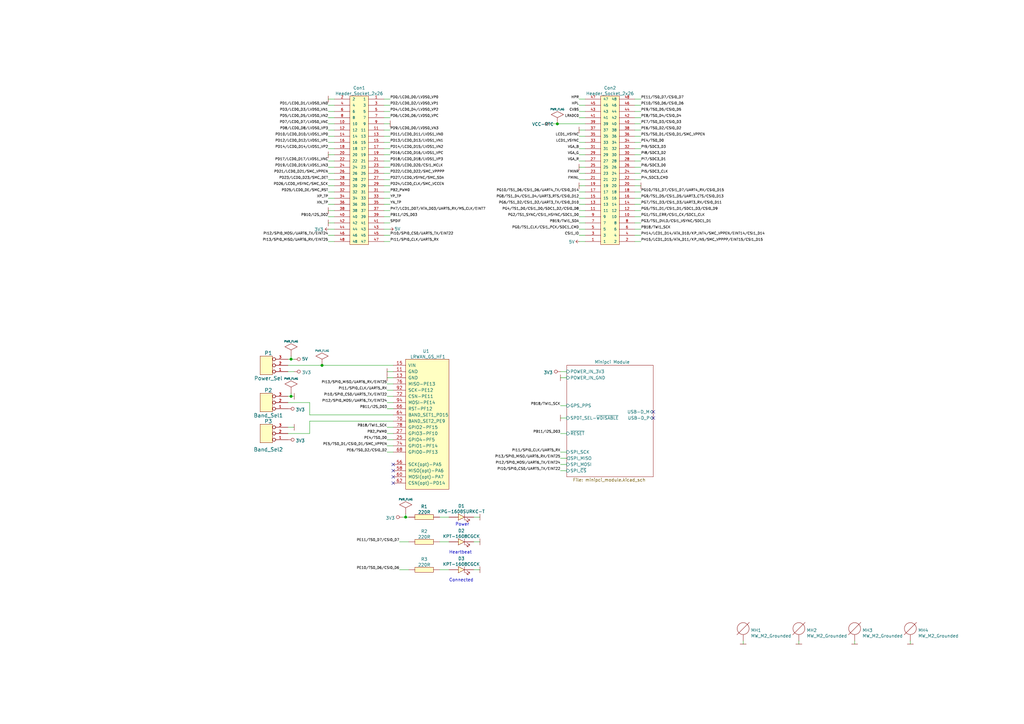
<source format=kicad_sch>
(kicad_sch (version 20210406) (generator eeschema)
  (paper "A3")
  (title_block (title "Cubieboard 1 carrier board with lora gateway - lrwan gs hf1") (date "2021-05-25") (rev "V1.0") (company "MWLinux"))
  (lib_symbols
    (symbol "Diodes:KPG-1608SURKC-T" (pin_numbers hide) (pin_names (offset 0) hide)
      (property "Reference" "D" (at 0 2.54 0))
      (property "Value" "KPG-1608SURKC-T" (at 0 -3.81 0))
      (symbol "KPG-1608SURKC-T_1_1"
        (polyline (pts (xy -1.27 1.27) (xy -1.27 -1.27)))
        (polyline (pts (xy 1.27 1.27) (xy 1.27 -1.27)))
        (polyline (pts (xy 2.794 -2.032) (xy 2.159 -1.905)))
        (polyline (pts (xy 3.429 -1.397) (xy 2.794 -1.27)))
        (polyline (pts (xy 1.651 -1.016) (xy 2.794 -2.032) (xy 2.667 -1.397)))
        (polyline (pts (xy 2.286 -0.381) (xy 3.429 -1.397) (xy 3.302 -0.762)))
        (polyline (pts (xy -1.27 1.27) (xy 1.27 0) (xy -1.27 -1.27)) (fill (type background)))
        (pin passive line (at -5.08 0 0) (length 3.81) (name "A") (number "1"))
        (pin passive line (at 5.08 0 180) (length 3.81) (name "K") (number "2"))
      )
    )
    (symbol "Diodes:KPT-1608CGCK" (pin_numbers hide) (pin_names (offset 0) hide)
      (property "Reference" "D" (at 0 3.81 0))
      (property "Value" "KPT-1608CGCK" (at 0 -3.81 0))
      (symbol "KPT-1608CGCK_1_1"
        (polyline (pts (xy -1.27 1.27) (xy -1.27 -1.27)))
        (polyline (pts (xy 1.27 1.27) (xy 1.27 -1.27)))
        (polyline (pts (xy 2.794 -2.032) (xy 2.159 -1.905)))
        (polyline (pts (xy 3.429 -1.397) (xy 2.794 -1.27)))
        (polyline (pts (xy 1.651 -1.016) (xy 2.794 -2.032) (xy 2.667 -1.397)))
        (polyline (pts (xy 2.286 -0.381) (xy 3.429 -1.397) (xy 3.302 -0.762)))
        (polyline (pts (xy -1.27 1.27) (xy 1.27 0) (xy -1.27 -1.27)) (fill (type background)))
        (pin passive line (at -5.08 0 0) (length 3.81) (name "A") (number "1"))
        (pin passive line (at 5.08 0 180) (length 3.81) (name "K") (number "2"))
      )
    )
    (symbol "Goldpin_2_54mm:GOLDPIN_3_2_54MM" (pin_names (offset 1.016))
      (property "Reference" "P" (at 0 0 0))
      (property "Value" "GOLDPIN_3_2_54MM" (at 5.08 0 90))
      (symbol "GOLDPIN_3_2_54MM_0_1"
        (rectangle (start -2.54 3.81) (end 2.54 -3.81) (fill (type background)))
      )
      (symbol "GOLDPIN_3_2_54MM_1_1"
        (pin passive inverted (at -8.89 2.54 0) (length 6.35) (name "~") (number "1"))
        (pin passive inverted (at -8.89 0 0) (length 6.35) (name "~") (number "2"))
        (pin passive inverted (at -8.89 -2.54 0) (length 6.35) (name "~") (number "3"))
      )
    )
    (symbol "Header_Socket_2mm:Header_Socket_2x26" (pin_names (offset 1.016))
      (property "Reference" "Con" (at 0 35.56 0))
      (property "Value" "Header_Socket_2x26" (at 0 33.02 0))
      (symbol "Header_Socket_2x26_1_1"
        (rectangle (start 3.81 30.48) (end -3.81 -30.48) (fill (type background)))
        (pin passive line (at 10.16 29.21 180) (length 6.35) (name "1") (number "1"))
        (pin passive line (at -10.16 19.05 0) (length 6.35) (name "10") (number "10"))
        (pin passive line (at 10.16 16.51 180) (length 6.35) (name "11") (number "11"))
        (pin passive line (at -10.16 16.51 0) (length 6.35) (name "12") (number "12"))
        (pin passive line (at 10.16 13.97 180) (length 6.35) (name "13") (number "13"))
        (pin passive line (at -10.16 13.97 0) (length 6.35) (name "14") (number "14"))
        (pin passive line (at 10.16 11.43 180) (length 6.35) (name "15") (number "15"))
        (pin passive line (at -10.16 11.43 0) (length 6.35) (name "16") (number "16"))
        (pin passive line (at 10.16 8.89 180) (length 6.35) (name "17") (number "17"))
        (pin passive line (at -10.16 8.89 0) (length 6.35) (name "18") (number "18"))
        (pin passive line (at 10.16 6.35 180) (length 6.35) (name "19") (number "19"))
        (pin passive line (at -10.16 29.21 0) (length 6.35) (name "2") (number "2"))
        (pin passive line (at -10.16 6.35 0) (length 6.35) (name "20") (number "20"))
        (pin passive line (at 10.16 3.81 180) (length 6.35) (name "21") (number "21"))
        (pin passive line (at -10.16 3.81 0) (length 6.35) (name "22") (number "22"))
        (pin passive line (at 10.16 1.27 180) (length 6.35) (name "23") (number "23"))
        (pin passive line (at -10.16 1.27 0) (length 6.35) (name "24") (number "24"))
        (pin passive line (at 10.16 -1.27 180) (length 6.35) (name "25") (number "25"))
        (pin passive line (at -10.16 -1.27 0) (length 6.35) (name "26") (number "26"))
        (pin passive line (at 10.16 -3.81 180) (length 6.35) (name "27") (number "27"))
        (pin passive line (at -10.16 -3.81 0) (length 6.35) (name "28") (number "28"))
        (pin passive line (at 10.16 -6.35 180) (length 6.35) (name "29") (number "29"))
        (pin passive line (at 10.16 26.67 180) (length 6.35) (name "3") (number "3"))
        (pin passive line (at -10.16 -6.35 0) (length 6.35) (name "30") (number "30"))
        (pin passive line (at 10.16 -8.89 180) (length 6.35) (name "31") (number "31"))
        (pin passive line (at -10.16 -8.89 0) (length 6.35) (name "32") (number "32"))
        (pin passive line (at 10.16 -11.43 180) (length 6.35) (name "33") (number "33"))
        (pin passive line (at -10.16 -11.43 0) (length 6.35) (name "34") (number "34"))
        (pin passive line (at 10.16 -13.97 180) (length 6.35) (name "35") (number "35"))
        (pin passive line (at -10.16 -13.97 0) (length 6.35) (name "36") (number "36"))
        (pin passive line (at 10.16 -16.51 180) (length 6.35) (name "37") (number "37"))
        (pin passive line (at -10.16 -16.51 0) (length 6.35) (name "38") (number "38"))
        (pin passive line (at 10.16 -19.05 180) (length 6.35) (name "39") (number "39"))
        (pin passive line (at -10.16 26.67 0) (length 6.35) (name "4") (number "4"))
        (pin passive line (at -10.16 -19.05 0) (length 6.35) (name "40") (number "40"))
        (pin passive line (at 10.16 -21.59 180) (length 6.35) (name "41") (number "41"))
        (pin passive line (at -10.16 -21.59 0) (length 6.35) (name "42") (number "42"))
        (pin passive line (at 10.16 -24.13 180) (length 6.35) (name "43") (number "43"))
        (pin passive line (at -10.16 -24.13 0) (length 6.35) (name "44") (number "44"))
        (pin passive line (at 10.16 -26.67 180) (length 6.35) (name "45") (number "45"))
        (pin passive line (at -10.16 -26.67 0) (length 6.35) (name "46") (number "46"))
        (pin passive line (at 10.16 -29.21 180) (length 6.35) (name "47") (number "47"))
        (pin passive line (at -10.16 -29.21 0) (length 6.35) (name "48") (number "48"))
        (pin passive line (at 10.16 24.13 180) (length 6.35) (name "5") (number "5"))
        (pin passive line (at -10.16 24.13 0) (length 6.35) (name "6") (number "6"))
        (pin passive line (at 10.16 21.59 180) (length 6.35) (name "7") (number "7"))
        (pin passive line (at -10.16 21.59 0) (length 6.35) (name "8") (number "8"))
        (pin passive line (at 10.16 19.05 180) (length 6.35) (name "9") (number "9"))
      )
    )
    (symbol "Header_Socket_2mm:Header_Socket_2x26_1" (pin_names (offset 1.016))
      (property "Reference" "Con" (at 0 35.56 0))
      (property "Value" "Header_Socket_2x26" (at 0 33.02 0))
      (symbol "Header_Socket_2x26_1_1_1"
        (rectangle (start 3.81 30.48) (end -3.81 -30.48) (fill (type background)))
        (pin passive line (at 10.16 29.21 180) (length 6.35) (name "1") (number "1"))
        (pin passive line (at -10.16 19.05 0) (length 6.35) (name "10") (number "10"))
        (pin passive line (at 10.16 16.51 180) (length 6.35) (name "11") (number "11"))
        (pin passive line (at -10.16 16.51 0) (length 6.35) (name "12") (number "12"))
        (pin passive line (at 10.16 13.97 180) (length 6.35) (name "13") (number "13"))
        (pin passive line (at -10.16 13.97 0) (length 6.35) (name "14") (number "14"))
        (pin passive line (at 10.16 11.43 180) (length 6.35) (name "15") (number "15"))
        (pin passive line (at -10.16 11.43 0) (length 6.35) (name "16") (number "16"))
        (pin passive line (at 10.16 8.89 180) (length 6.35) (name "17") (number "17"))
        (pin passive line (at -10.16 8.89 0) (length 6.35) (name "18") (number "18"))
        (pin passive line (at 10.16 6.35 180) (length 6.35) (name "19") (number "19"))
        (pin passive line (at -10.16 29.21 0) (length 6.35) (name "2") (number "2"))
        (pin passive line (at -10.16 6.35 0) (length 6.35) (name "20") (number "20"))
        (pin passive line (at 10.16 3.81 180) (length 6.35) (name "21") (number "21"))
        (pin passive line (at -10.16 3.81 0) (length 6.35) (name "22") (number "22"))
        (pin passive line (at 10.16 1.27 180) (length 6.35) (name "23") (number "23"))
        (pin passive line (at -10.16 1.27 0) (length 6.35) (name "24") (number "24"))
        (pin passive line (at 10.16 -1.27 180) (length 6.35) (name "25") (number "25"))
        (pin passive line (at -10.16 -1.27 0) (length 6.35) (name "26") (number "26"))
        (pin passive line (at 10.16 -3.81 180) (length 6.35) (name "27") (number "27"))
        (pin passive line (at -10.16 -3.81 0) (length 6.35) (name "28") (number "28"))
        (pin passive line (at 10.16 -6.35 180) (length 6.35) (name "29") (number "29"))
        (pin passive line (at 10.16 26.67 180) (length 6.35) (name "3") (number "3"))
        (pin passive line (at -10.16 -6.35 0) (length 6.35) (name "30") (number "30"))
        (pin passive line (at 10.16 -8.89 180) (length 6.35) (name "31") (number "31"))
        (pin passive line (at -10.16 -8.89 0) (length 6.35) (name "32") (number "32"))
        (pin passive line (at 10.16 -11.43 180) (length 6.35) (name "33") (number "33"))
        (pin passive line (at -10.16 -11.43 0) (length 6.35) (name "34") (number "34"))
        (pin passive line (at 10.16 -13.97 180) (length 6.35) (name "35") (number "35"))
        (pin passive line (at -10.16 -13.97 0) (length 6.35) (name "36") (number "36"))
        (pin passive line (at 10.16 -16.51 180) (length 6.35) (name "37") (number "37"))
        (pin passive line (at -10.16 -16.51 0) (length 6.35) (name "38") (number "38"))
        (pin passive line (at 10.16 -19.05 180) (length 6.35) (name "39") (number "39"))
        (pin passive line (at -10.16 26.67 0) (length 6.35) (name "4") (number "4"))
        (pin passive line (at -10.16 -19.05 0) (length 6.35) (name "40") (number "40"))
        (pin passive line (at 10.16 -21.59 180) (length 6.35) (name "41") (number "41"))
        (pin passive line (at -10.16 -21.59 0) (length 6.35) (name "42") (number "42"))
        (pin passive line (at 10.16 -24.13 180) (length 6.35) (name "43") (number "43"))
        (pin passive line (at -10.16 -24.13 0) (length 6.35) (name "44") (number "44"))
        (pin passive line (at 10.16 -26.67 180) (length 6.35) (name "45") (number "45"))
        (pin passive line (at -10.16 -26.67 0) (length 6.35) (name "46") (number "46"))
        (pin passive line (at 10.16 -29.21 180) (length 6.35) (name "47") (number "47"))
        (pin passive line (at -10.16 -29.21 0) (length 6.35) (name "48") (number "48"))
        (pin passive line (at 10.16 24.13 180) (length 6.35) (name "5") (number "5"))
        (pin passive line (at -10.16 24.13 0) (length 6.35) (name "6") (number "6"))
        (pin passive line (at 10.16 21.59 180) (length 6.35) (name "7") (number "7"))
        (pin passive line (at -10.16 21.59 0) (length 6.35) (name "8") (number "8"))
        (pin passive line (at 10.16 19.05 180) (length 6.35) (name "9") (number "9"))
      )
    )
    (symbol "Mounting_Holes:Mounting_Hole_M2_Grounded" (pin_numbers hide) (pin_names (offset 1.016) hide)
      (property "Reference" "MH" (at 0 3.81 0))
      (property "Value" "Mounting_Hole_M2_Grounded" (at 0 6.35 0))
      (symbol "Mounting_Hole_M2_Grounded_0_1"
        (circle (center 0 0) (radius 2.4384))
        (polyline (pts (xy -2.54 -2.54) (xy 2.54 2.54)))
      )
      (symbol "Mounting_Hole_M2_Grounded_1_1"
        (pin passive line (at 0 -5.08 90) (length 2.5654) (name "1") (number "1"))
      )
    )
    (symbol "Resistors_Smd0603:220R" (pin_numbers hide) (pin_names (offset 1.016))
      (property "Reference" "R" (at -2.54 0 90))
      (property "Value" "220R" (at 2.54 0 90))
      (symbol "220R_1_1"
        (rectangle (start -1.016 3.81) (end 1.016 -3.81) (fill (type background)))
        (pin passive line (at 0 6.35 270) (length 2.54) (name "~") (number "1"))
        (pin passive line (at 0 -6.35 90) (length 2.54) (name "~") (number "2"))
      )
    )
    (symbol "Shields:LRWAN_GS_HF1" (pin_names (offset 1.016))
      (property "Reference" "U" (at 0 30.48 0))
      (property "Value" "LRWAN_GS_HF1" (at 0 27.94 0))
      (symbol "LRWAN_GS_HF1_1_1"
        (rectangle (start -8.89 26.67) (end 8.89 -26.67) (fill (type background)))
        (pin power_in line (at -13.97 21.59 0) (length 5.08) (name "GND") (number "11"))
        (pin power_in line (at -13.97 19.05 0) (length 5.08) (name "GND") (number "13"))
        (pin power_in line (at -13.97 24.13 0) (length 5.08) (name "VIN") (number "15"))
        (pin bidirectional line (at -13.97 -6.35 0) (length 5.08) (name "GPIO4-PF5") (number "25"))
        (pin bidirectional line (at -13.97 -3.81 0) (length 5.08) (name "GPIO3-PF10") (number "27"))
        (pin input line (at -13.97 -16.51 0) (length 5.08) (name "SCK(opt)-PA5") (number "56"))
        (pin output line (at -13.97 -19.05 0) (length 5.08) (name "MISO(opt)-PA6") (number "58"))
        (pin input line (at -13.97 -21.59 0) (length 5.08) (name "MOSI(opt)-PA7") (number "60"))
        (pin input line (at -13.97 -24.13 0) (length 5.08) (name "CSN(opt)-PD14") (number "62"))
        (pin input line (at -13.97 3.81 0) (length 5.08) (name "BAND_SET1_PD15") (number "64"))
        (pin input line (at -13.97 6.35 0) (length 5.08) (name "RST-PF12") (number "66"))
        (pin bidirectional line (at -13.97 -11.43 0) (length 5.08) (name "GPIO0-PF13") (number "68"))
        (pin input line (at -13.97 1.27 0) (length 5.08) (name "BAND_SET2_PE9") (number "70"))
        (pin input line (at -13.97 11.43 0) (length 5.08) (name "CSN-PE11") (number "72"))
        (pin bidirectional line (at -13.97 -8.89 0) (length 5.08) (name "GPIO1-PF14") (number "74"))
        (pin output line (at -13.97 16.51 0) (length 5.08) (name "MISO-PE13") (number "76"))
        (pin bidirectional line (at -13.97 -1.27 0) (length 5.08) (name "GPIO2-PF15") (number "78"))
        (pin input line (at -13.97 13.97 0) (length 5.08) (name "SCK-PE12") (number "92"))
        (pin input line (at -13.97 8.89 0) (length 5.08) (name "MOSI-PE14") (number "94"))
      )
    )
    (symbol "power:3V3" (power) (pin_names (offset 0))
      (property "Value" "3V3" (at 0 3.81 0))
      (symbol "3V3_0_0"
        (pin power_in line (at 0 0 90) (length 0) hide (name "3V3") (number "1"))
      )
      (symbol "3V3_0_1"
        (circle (center 0 1.905) (radius 0.635))
        (polyline (pts (xy 0 1.27) (xy 0 0)))
      )
    )
    (symbol "power:3V3S" (power) (pin_names (offset 0))
      (property "Value" "3V3S" (at 0 3.81 0))
      (symbol "3V3S_0_0"
        (pin power_in line (at 0 0 90) (length 0) hide (name "3V3") (number "1"))
      )
      (symbol "3V3S_0_1"
        (polyline (pts (xy 0 1.27) (xy -0.635 0.635)) (stroke (width 0.1524)))
        (polyline (pts (xy 0 1.27) (xy 0 0)))
        (polyline (pts (xy 0 1.27) (xy 0.635 0.635)) (stroke (width 0.1524)))
      )
    )
    (symbol "power:5V" (power) (pin_names (offset 0))
      (property "Value" "5V" (at 0 3.81 0))
      (symbol "5V_0_0"
        (pin power_in line (at 0 0 90) (length 0) hide (name "5V") (number "1"))
      )
      (symbol "5V_0_1"
        (circle (center 0 1.905) (radius 0.635))
        (polyline (pts (xy 0 1.27) (xy 0 0)))
      )
    )
    (symbol "power:5VS" (power) (pin_names (offset 0))
      (property "Value" "5VS" (at 0 3.81 0))
      (symbol "5VS_0_0"
        (pin power_in line (at 0 0 90) (length 0) hide (name "5V") (number "1"))
      )
      (symbol "5VS_0_1"
        (polyline (pts (xy 0 1.27) (xy -0.635 0.635)) (stroke (width 0.1524)))
        (polyline (pts (xy 0 1.27) (xy 0 0)))
        (polyline (pts (xy 0 1.27) (xy 0.635 0.635)) (stroke (width 0.1524)))
      )
    )
    (symbol "power:AVCC" (power) (pin_names (offset 1.016))
      (property "Value" "AVCC" (at 0 3.81 0))
      (symbol "AVCC_1_0"
        (pin power_in line (at 0 0 90) (length 0) hide (name "VCC-RTC") (number "1"))
      )
      (symbol "AVCC_1_1"
        (circle (center 0 1.905) (radius 0.635))
        (polyline (pts (xy 0 1.27) (xy 0 0)))
      )
    )
    (symbol "power:GND" (power) (pin_names (offset 0))
      (symbol "GND_0_1"
        (polyline (pts (xy -1.27 0) (xy 1.27 0)))
      )
      (symbol "GND_1_1"
        (pin power_in line (at 0 0 180) (length 0) hide (name "GND") (number "1"))
      )
    )
    (symbol "power:PWR_FLAG" (power) (pin_numbers hide) (pin_names (offset 0) hide)
      (property "Value" "PWR_FLAG" (at 0 5.842 0))
      (symbol "PWR_FLAG_0_0"
        (pin power_out line (at 0 0 90) (length 0) (name "pwr") (number "1"))
      )
      (symbol "PWR_FLAG_0_1"
        (polyline (pts (xy 0 0) (xy 0 2.54) (xy 0 2.54)))
        (polyline (pts (xy 0 2.54) (xy -2.54 3.81) (xy 0 5.08) (xy 2.54 3.81) (xy 0 2.54)))
      )
    )
  )
  (junction (at 119.38 147.32) (diameter 1.016))
  (junction (at 119.38 162.56) (diameter 1.016))
  (junction (at 132.08 149.86) (diameter 1.016))
  (junction (at 166.37 212.09) (diameter 1.016))
  (junction (at 228.6 50.8) (diameter 1.016))
  (no_connect (at 161.29 190.5))
  (no_connect (at 161.29 193.04))
  (no_connect (at 161.29 195.58))
  (no_connect (at 161.29 198.12))
  (no_connect (at 267.97 168.91))
  (no_connect (at 267.97 171.45))
  (wire (pts (xy 118.11 147.32) (xy 119.38 147.32)))
  (wire (pts (xy 118.11 149.86) (xy 132.08 149.86)))
  (wire (pts (xy 118.11 152.4) (xy 120.65 152.4)))
  (wire (pts (xy 118.11 177.8) (xy 127 177.8)))
  (wire (pts (xy 119.38 146.05) (xy 119.38 147.32)))
  (wire (pts (xy 119.38 147.32) (xy 120.65 147.32)))
  (wire (pts (xy 119.38 161.29) (xy 119.38 162.56)))
  (wire (pts (xy 119.38 162.56) (xy 118.11 162.56)))
  (wire (pts (xy 120.65 162.56) (xy 119.38 162.56)))
  (wire (pts (xy 120.65 175.26) (xy 118.11 175.26)))
  (wire (pts (xy 127 165.1) (xy 118.11 165.1)))
  (wire (pts (xy 127 170.18) (xy 127 165.1)))
  (wire (pts (xy 127 170.18) (xy 161.29 170.18)))
  (wire (pts (xy 127 172.72) (xy 127 177.8)))
  (wire (pts (xy 127 172.72) (xy 161.29 172.72)))
  (wire (pts (xy 132.08 149.86) (xy 161.29 149.86)))
  (wire (pts (xy 134.62 40.64) (xy 137.16 40.64)))
  (wire (pts (xy 134.62 43.18) (xy 137.16 43.18)))
  (wire (pts (xy 134.62 45.72) (xy 137.16 45.72)))
  (wire (pts (xy 134.62 48.26) (xy 137.16 48.26)))
  (wire (pts (xy 134.62 50.8) (xy 137.16 50.8)))
  (wire (pts (xy 134.62 53.34) (xy 137.16 53.34)))
  (wire (pts (xy 134.62 55.88) (xy 137.16 55.88)))
  (wire (pts (xy 134.62 58.42) (xy 137.16 58.42)))
  (wire (pts (xy 134.62 60.96) (xy 137.16 60.96)))
  (wire (pts (xy 134.62 63.5) (xy 137.16 63.5)))
  (wire (pts (xy 134.62 66.04) (xy 137.16 66.04)))
  (wire (pts (xy 134.62 68.58) (xy 137.16 68.58)))
  (wire (pts (xy 134.62 71.12) (xy 137.16 71.12)))
  (wire (pts (xy 134.62 73.66) (xy 137.16 73.66)))
  (wire (pts (xy 134.62 76.2) (xy 137.16 76.2)))
  (wire (pts (xy 134.62 78.74) (xy 137.16 78.74)))
  (wire (pts (xy 134.62 81.28) (xy 137.16 81.28)))
  (wire (pts (xy 134.62 83.82) (xy 137.16 83.82)))
  (wire (pts (xy 134.62 86.36) (xy 137.16 86.36)))
  (wire (pts (xy 134.62 88.9) (xy 137.16 88.9)))
  (wire (pts (xy 134.62 91.44) (xy 137.16 91.44)))
  (wire (pts (xy 134.62 93.98) (xy 137.16 93.98)))
  (wire (pts (xy 134.62 96.52) (xy 137.16 96.52)))
  (wire (pts (xy 134.62 99.06) (xy 137.16 99.06)))
  (wire (pts (xy 157.48 40.64) (xy 160.02 40.64)))
  (wire (pts (xy 157.48 43.18) (xy 160.02 43.18)))
  (wire (pts (xy 157.48 45.72) (xy 160.02 45.72)))
  (wire (pts (xy 157.48 48.26) (xy 160.02 48.26)))
  (wire (pts (xy 157.48 53.34) (xy 160.02 53.34)))
  (wire (pts (xy 157.48 55.88) (xy 160.02 55.88)))
  (wire (pts (xy 157.48 58.42) (xy 160.02 58.42)))
  (wire (pts (xy 157.48 60.96) (xy 160.02 60.96)))
  (wire (pts (xy 157.48 63.5) (xy 160.02 63.5)))
  (wire (pts (xy 157.48 66.04) (xy 160.02 66.04)))
  (wire (pts (xy 157.48 68.58) (xy 160.02 68.58)))
  (wire (pts (xy 157.48 71.12) (xy 160.02 71.12)))
  (wire (pts (xy 157.48 73.66) (xy 160.02 73.66)))
  (wire (pts (xy 157.48 76.2) (xy 160.02 76.2)))
  (wire (pts (xy 157.48 78.74) (xy 160.02 78.74)))
  (wire (pts (xy 157.48 81.28) (xy 160.02 81.28)))
  (wire (pts (xy 157.48 83.82) (xy 160.02 83.82)))
  (wire (pts (xy 157.48 86.36) (xy 160.02 86.36)))
  (wire (pts (xy 157.48 88.9) (xy 160.02 88.9)))
  (wire (pts (xy 157.48 91.44) (xy 160.02 91.44)))
  (wire (pts (xy 157.48 93.98) (xy 160.02 93.98)))
  (wire (pts (xy 157.48 96.52) (xy 160.02 96.52)))
  (wire (pts (xy 157.48 99.06) (xy 160.02 99.06)))
  (wire (pts (xy 158.75 152.4) (xy 161.29 152.4)))
  (wire (pts (xy 158.75 154.94) (xy 161.29 154.94)))
  (wire (pts (xy 158.75 157.48) (xy 161.29 157.48)))
  (wire (pts (xy 158.75 160.02) (xy 161.29 160.02)))
  (wire (pts (xy 158.75 162.56) (xy 161.29 162.56)))
  (wire (pts (xy 158.75 165.1) (xy 161.29 165.1)))
  (wire (pts (xy 158.75 167.64) (xy 161.29 167.64)))
  (wire (pts (xy 158.75 175.26) (xy 161.29 175.26)))
  (wire (pts (xy 158.75 177.8) (xy 161.29 177.8)))
  (wire (pts (xy 158.75 180.34) (xy 161.29 180.34)))
  (wire (pts (xy 158.75 182.88) (xy 161.29 182.88)))
  (wire (pts (xy 158.75 185.42) (xy 161.29 185.42)))
  (wire (pts (xy 160.02 50.8) (xy 157.48 50.8)))
  (wire (pts (xy 163.83 222.25) (xy 167.64 222.25)))
  (wire (pts (xy 163.83 233.68) (xy 167.64 233.68)))
  (wire (pts (xy 165.1 212.09) (xy 166.37 212.09)))
  (wire (pts (xy 166.37 210.82) (xy 166.37 212.09)))
  (wire (pts (xy 166.37 212.09) (xy 167.64 212.09)))
  (wire (pts (xy 180.34 212.09) (xy 184.15 212.09)))
  (wire (pts (xy 180.34 222.25) (xy 184.15 222.25)))
  (wire (pts (xy 180.34 233.68) (xy 184.15 233.68)))
  (wire (pts (xy 196.85 212.09) (xy 194.31 212.09)))
  (wire (pts (xy 196.85 222.25) (xy 194.31 222.25)))
  (wire (pts (xy 196.85 233.68) (xy 194.31 233.68)))
  (wire (pts (xy 226.06 50.8) (xy 228.6 50.8)))
  (wire (pts (xy 228.6 50.8) (xy 240.03 50.8)))
  (wire (pts (xy 229.87 152.4) (xy 232.41 152.4)))
  (wire (pts (xy 229.87 154.94) (xy 232.41 154.94)))
  (wire (pts (xy 229.87 166.37) (xy 232.41 166.37)))
  (wire (pts (xy 229.87 171.45) (xy 232.41 171.45)))
  (wire (pts (xy 229.87 177.8) (xy 232.41 177.8)))
  (wire (pts (xy 229.87 185.42) (xy 232.41 185.42)))
  (wire (pts (xy 229.87 187.96) (xy 232.41 187.96)))
  (wire (pts (xy 229.87 190.5) (xy 232.41 190.5)))
  (wire (pts (xy 229.87 193.04) (xy 232.41 193.04)))
  (wire (pts (xy 237.49 40.64) (xy 240.03 40.64)))
  (wire (pts (xy 237.49 43.18) (xy 240.03 43.18)))
  (wire (pts (xy 237.49 45.72) (xy 240.03 45.72)))
  (wire (pts (xy 237.49 48.26) (xy 240.03 48.26)))
  (wire (pts (xy 237.49 53.34) (xy 240.03 53.34)))
  (wire (pts (xy 237.49 55.88) (xy 240.03 55.88)))
  (wire (pts (xy 237.49 58.42) (xy 240.03 58.42)))
  (wire (pts (xy 237.49 60.96) (xy 240.03 60.96)))
  (wire (pts (xy 237.49 63.5) (xy 240.03 63.5)))
  (wire (pts (xy 237.49 66.04) (xy 240.03 66.04)))
  (wire (pts (xy 237.49 68.58) (xy 240.03 68.58)))
  (wire (pts (xy 237.49 71.12) (xy 240.03 71.12)))
  (wire (pts (xy 237.49 73.66) (xy 240.03 73.66)))
  (wire (pts (xy 237.49 76.2) (xy 240.03 76.2)))
  (wire (pts (xy 237.49 78.74) (xy 240.03 78.74)))
  (wire (pts (xy 237.49 81.28) (xy 240.03 81.28)))
  (wire (pts (xy 237.49 83.82) (xy 240.03 83.82)))
  (wire (pts (xy 237.49 86.36) (xy 240.03 86.36)))
  (wire (pts (xy 237.49 88.9) (xy 240.03 88.9)))
  (wire (pts (xy 237.49 91.44) (xy 240.03 91.44)))
  (wire (pts (xy 237.49 93.98) (xy 240.03 93.98)))
  (wire (pts (xy 237.49 96.52) (xy 240.03 96.52)))
  (wire (pts (xy 237.49 99.06) (xy 240.03 99.06)))
  (wire (pts (xy 260.35 40.64) (xy 262.89 40.64)))
  (wire (pts (xy 260.35 43.18) (xy 262.89 43.18)))
  (wire (pts (xy 260.35 45.72) (xy 262.89 45.72)))
  (wire (pts (xy 260.35 48.26) (xy 262.89 48.26)))
  (wire (pts (xy 260.35 50.8) (xy 262.89 50.8)))
  (wire (pts (xy 260.35 53.34) (xy 262.89 53.34)))
  (wire (pts (xy 260.35 55.88) (xy 262.89 55.88)))
  (wire (pts (xy 260.35 58.42) (xy 262.89 58.42)))
  (wire (pts (xy 260.35 60.96) (xy 262.89 60.96)))
  (wire (pts (xy 260.35 63.5) (xy 262.89 63.5)))
  (wire (pts (xy 260.35 66.04) (xy 262.89 66.04)))
  (wire (pts (xy 260.35 68.58) (xy 262.89 68.58)))
  (wire (pts (xy 260.35 71.12) (xy 262.89 71.12)))
  (wire (pts (xy 260.35 73.66) (xy 262.89 73.66)))
  (wire (pts (xy 260.35 78.74) (xy 262.89 78.74)))
  (wire (pts (xy 260.35 81.28) (xy 262.89 81.28)))
  (wire (pts (xy 260.35 83.82) (xy 262.89 83.82)))
  (wire (pts (xy 260.35 86.36) (xy 262.89 86.36)))
  (wire (pts (xy 260.35 88.9) (xy 262.89 88.9)))
  (wire (pts (xy 260.35 91.44) (xy 262.89 91.44)))
  (wire (pts (xy 260.35 93.98) (xy 262.89 93.98)))
  (wire (pts (xy 260.35 96.52) (xy 262.89 96.52)))
  (wire (pts (xy 260.35 99.06) (xy 262.89 99.06)))
  (wire (pts (xy 262.89 76.2) (xy 260.35 76.2)))
  (wire (pts (xy 304.8 262.89) (xy 304.8 264.16)))
  (wire (pts (xy 327.66 262.89) (xy 327.66 264.16)))
  (wire (pts (xy 350.52 262.89) (xy 350.52 264.16)))
  (wire (pts (xy 373.38 262.89) (xy 373.38 264.16)))
  (text "Heartbeat" (at 184.15 227.33 0) (effects (font (size 1.27 1.27)) (justify left bottom)))
  (text "Connected" (at 184.15 238.76 0) (effects (font (size 1.27 1.27)) (justify left bottom)))
  (text "Power" (at 186.69 215.9 0) (effects (font (size 1.27 1.27)) (justify left bottom)))
  (label "PD1{slash}LCD0_D1{slash}LVDS0_VN0" (at 134.62 43.18 180) (effects (font (size 1 1))))
  (label "PD3{slash}LCD0_D3{slash}LVDS0_VN1" (at 134.62 45.72 180) (effects (font (size 1 1))))
  (label "PD5{slash}LCD0_D5{slash}LVDS0_VN2" (at 134.62 48.26 180) (effects (font (size 1 1))))
  (label "PD7{slash}LCD0_D7{slash}LVDS0_VNC" (at 134.62 50.8 180) (effects (font (size 1 1))))
  (label "PD8{slash}LCD0_D8{slash}LVDS0_VP3" (at 134.62 53.34 180) (effects (font (size 1 1))))
  (label "PD10{slash}LCD0_D10{slash}LVDS1_VP0" (at 134.62 55.88 180) (effects (font (size 1 1))))
  (label "PD12{slash}LCD0_D12{slash}LVDS1_VP1" (at 134.62 58.42 180) (effects (font (size 1 1))))
  (label "PD14{slash}LCD0_D14{slash}LVDS1_VP2" (at 134.62 60.96 180) (effects (font (size 1 1))))
  (label "PD17{slash}LCD0_D17{slash}LVDS1_VNC" (at 134.62 66.04 180) (effects (font (size 1 1))))
  (label "PD19{slash}LCD0_D19{slash}LVDS1_VN3" (at 134.62 68.58 180) (effects (font (size 1 1))))
  (label "PD21{slash}LCD0_D21{slash}SMC_VPPEN" (at 134.62 71.12 180) (effects (font (size 1 1))))
  (label "PD23{slash}LCD0_D23{slash}SMC_DET" (at 134.62 73.66 180) (effects (font (size 1 1))))
  (label "PD26{slash}LCD0_HSYNC{slash}SMC_SCK" (at 134.62 76.2 180) (effects (font (size 1 1))))
  (label "PD25{slash}LCD0_DE{slash}SMC_RST" (at 134.62 78.74 180) (effects (font (size 1 1))))
  (label "XP_TP" (at 134.62 81.28 180) (effects (font (size 1 1))))
  (label "XN_TP" (at 134.62 83.82 180) (effects (font (size 1 1))))
  (label "PB10{slash}I2S_D02" (at 134.62 88.9 180) (effects (font (size 1 1))))
  (label "PI12{slash}SPI0_MOSI{slash}UART6_TX{slash}EINT24" (at 134.62 96.52 180) (effects (font (size 1 1))))
  (label "PI13{slash}SPI0_MISO{slash}UART6_RX{slash}EINT25" (at 134.62 99.06 180) (effects (font (size 1 1))))
  (label "PI13{slash}SPI0_MISO{slash}UART6_RX{slash}EINT25" (at 158.75 157.48 180) (effects (font (size 1 1))))
  (label "PI11{slash}SPI0_CLK{slash}UART5_RX" (at 158.75 160.02 180) (effects (font (size 1 1))))
  (label "PI10{slash}SPI0_CS0{slash}UART5_TX{slash}EINT22" (at 158.75 162.56 180) (effects (font (size 1 1))))
  (label "PI12{slash}SPI0_MOSI{slash}UART6_TX{slash}EINT24" (at 158.75 165.1 180) (effects (font (size 1 1))))
  (label "PB11{slash}I2S_D03" (at 158.75 167.64 180) (effects (font (size 1 1))))
  (label "PB18{slash}TWI1_SCK" (at 158.75 175.26 180) (effects (font (size 1 1))))
  (label "PB2_PWM0" (at 158.75 177.8 180) (effects (font (size 1 1))))
  (label "PE4{slash}TS0_D0" (at 158.75 180.34 180) (effects (font (size 1 1))))
  (label "PE5{slash}TS0_D1{slash}CSI0_D1{slash}SMC_VPPEN" (at 158.75 182.88 180) (effects (font (size 1 1))))
  (label "PE6{slash}TS0_D2{slash}CSI0_D2" (at 158.75 185.42 180) (effects (font (size 1 1))))
  (label "PD0{slash}LCD0_D0{slash}LVDS0_VP0" (at 160.02 40.64 0) (effects (font (size 1 1))))
  (label "PD2{slash}LCD0_D2{slash}LVDS0_VP1" (at 160.02 43.18 0) (effects (font (size 1 1))))
  (label "PD4{slash}LCD0_D4{slash}LVDS0_VP2" (at 160.02 45.72 0) (effects (font (size 1 1))))
  (label "PD6{slash}LCD0_D6{slash}LVDS0_VPC" (at 160.02 48.26 0) (effects (font (size 1 1))))
  (label "PD9{slash}LCD0_D0{slash}LVDS0_VN3" (at 160.02 53.34 0) (effects (font (size 1 1))))
  (label "PD11{slash}LCD0_D11{slash}LVDS1_VN0" (at 160.02 55.88 0) (effects (font (size 1 1))))
  (label "PD13{slash}LCD0_D13{slash}LVDS1_VN1" (at 160.02 58.42 0) (effects (font (size 1 1))))
  (label "PD14{slash}LCD0_D15{slash}LVDS1_VN2" (at 160.02 60.96 0) (effects (font (size 1 1))))
  (label "PD16{slash}LCD0_D16{slash}LVDS1_VPC" (at 160.02 63.5 0) (effects (font (size 1 1))))
  (label "PD18{slash}LCD0_D18{slash}LVDS1_VP3" (at 160.02 66.04 0) (effects (font (size 1 1))))
  (label "PD20{slash}LCD0_D20{slash}CSI1_MCLK" (at 160.02 68.58 0) (effects (font (size 1 1))))
  (label "PD22{slash}LCD0_D22{slash}SMC_VPPPP" (at 160.02 71.12 0) (effects (font (size 1 1))))
  (label "PD27{slash}LCD0_VSYNC{slash}SMC_SDA" (at 160.02 73.66 0) (effects (font (size 1 1))))
  (label "PD24{slash}LCD0_CLK{slash}SMC_VCCEN" (at 160.02 76.2 0) (effects (font (size 1 1))))
  (label "PB2_PWM0" (at 160.02 78.74 0) (effects (font (size 1 1))))
  (label "YP_TP" (at 160.02 81.28 0) (effects (font (size 1 1))))
  (label "YN_TP" (at 160.02 83.82 0) (effects (font (size 1 1))))
  (label "PH7{slash}LCD1_D07{slash}ATA_D03{slash}UART5_RX{slash}MS_CLK{slash}EINT7" (at 160.02 86.36 0) (effects (font (size 1 1))))
  (label "PB11{slash}I2S_D03" (at 160.02 88.9 0) (effects (font (size 1 1))))
  (label "SPDIF" (at 160.02 91.44 0) (effects (font (size 1 1))))
  (label "PI10{slash}SPI0_CS0{slash}UART5_TX{slash}EINT22" (at 160.02 96.52 0) (effects (font (size 1 1))))
  (label "PI11{slash}SPI0_CLK{slash}UART5_RX" (at 160.02 99.06 0) (effects (font (size 1 1))))
  (label "PE11{slash}TS0_D7{slash}CSI0_D7" (at 163.83 222.25 180) (effects (font (size 1 1))))
  (label "PE10{slash}TS0_D6{slash}CSI0_D6" (at 163.83 233.68 180) (effects (font (size 1 1))))
  (label "PB18{slash}TWI1_SCK" (at 229.87 166.37 180) (effects (font (size 1 1))))
  (label "PB11{slash}I2S_D03" (at 229.87 177.8 180) (effects (font (size 1 1))))
  (label "PI11{slash}SPI0_CLK{slash}UART5_RX" (at 229.87 185.42 180) (effects (font (size 1 1))))
  (label "PI13{slash}SPI0_MISO{slash}UART6_RX{slash}EINT25" (at 229.87 187.96 180) (effects (font (size 1 1))))
  (label "PI12{slash}SPI0_MOSI{slash}UART6_TX{slash}EINT24" (at 229.87 190.5 180) (effects (font (size 1 1))))
  (label "PI10{slash}SPI0_CS0{slash}UART5_TX{slash}EINT22" (at 229.87 193.04 180) (effects (font (size 1 1))))
  (label "HPR" (at 237.49 40.64 180) (effects (font (size 1 1))))
  (label "HPL" (at 237.49 43.18 180) (effects (font (size 1 1))))
  (label "CVBS" (at 237.49 45.72 180) (effects (font (size 1 1))))
  (label "LRADC0" (at 237.49 48.26 180) (effects (font (size 1 1))))
  (label "LCD1_HSYNC" (at 237.49 55.88 180) (effects (font (size 1 1))))
  (label "LCD1_VSYNC" (at 237.49 58.42 180) (effects (font (size 1 1))))
  (label "VGA_B" (at 237.49 60.96 180) (effects (font (size 1 1))))
  (label "VGA_G" (at 237.49 63.5 180) (effects (font (size 1 1))))
  (label "VGA_R" (at 237.49 66.04 180) (effects (font (size 1 1))))
  (label "FMINR" (at 237.49 71.12 180) (effects (font (size 1 1))))
  (label "FMINL" (at 237.49 73.66 180) (effects (font (size 1 1))))
  (label "PG10{slash}TS1_D6{slash}CSI1_D6{slash}UART4_TX{slash}CSI0_D14" (at 237.49 78.74 0) (effects (font (size 1 1))))
  (label "PG8{slash}TS1_D4{slash}CSI1_D4{slash}UART3_RTS{slash}CSI0_D12" (at 237.49 81.28 0) (effects (font (size 1 1))))
  (label "PG6{slash}TS1_D2{slash}CSI1_D2{slash}UART3_TX{slash}CSI0_D10" (at 237.49 83.82 0) (effects (font (size 1 1))))
  (label "PG4{slash}TS1_D0{slash}CSI1_D0{slash}SDC1_D2{slash}CSI0_D8" (at 237.49 86.36 0) (effects (font (size 1 1))))
  (label "PG2{slash}TS1_SYNC{slash}CSI1_HSYNC{slash}SDC1_D0" (at 237.49 88.9 180) (effects (font (size 1 1))))
  (label "PB19{slash}TWI1_SDA" (at 237.49 91.44 180) (effects (font (size 1 1))))
  (label "PG0{slash}TS1_CLK{slash}CSI1_PCK{slash}SDC1_CMD" (at 237.49 93.98 180) (effects (font (size 1 1))))
  (label "CSI1_IO" (at 237.49 96.52 180) (effects (font (size 1 1))))
  (label "PE11{slash}TS0_D7{slash}CSI0_D7" (at 262.89 40.64 0) (effects (font (size 1 1))))
  (label "PE10{slash}TS0_D6{slash}CSI0_D6" (at 262.89 43.18 0) (effects (font (size 1 1))))
  (label "PE9{slash}TS0_D5{slash}CSI0_D5" (at 262.89 45.72 0) (effects (font (size 1 1))))
  (label "PE8{slash}TS0_D4{slash}CSI0_D4" (at 262.89 48.26 0) (effects (font (size 1 1))))
  (label "PE7{slash}TS0_D3{slash}CSI0_D3" (at 262.89 50.8 0) (effects (font (size 1 1))))
  (label "PE6{slash}TS0_D2{slash}CSI0_D2" (at 262.89 53.34 0) (effects (font (size 1 1))))
  (label "PE5{slash}TS0_D1{slash}CSI0_D1{slash}SMC_VPPEN" (at 262.89 55.88 0) (effects (font (size 1 1))))
  (label "PE4{slash}TS0_D0" (at 262.89 58.42 0) (effects (font (size 1 1))))
  (label "PI9{slash}SDC3_D3" (at 262.89 60.96 0) (effects (font (size 1 1))))
  (label "PI8{slash}SDC3_D2" (at 262.89 63.5 0) (effects (font (size 1 1))))
  (label "PI7{slash}SDC3_D1" (at 262.89 66.04 0) (effects (font (size 1 1))))
  (label "PI6{slash}SDC3_D0" (at 262.89 68.58 0) (effects (font (size 1 1))))
  (label "PI5{slash}SDC3_CLK" (at 262.89 71.12 0) (effects (font (size 1 1))))
  (label "PI4_SDC3_CMD" (at 262.89 73.66 0) (effects (font (size 1 1))))
  (label "PG10{slash}TS1_D7{slash}CSI1_D7{slash}UART4_RX{slash}CSI0_D15" (at 262.89 78.74 0) (effects (font (size 1 1))))
  (label "PG9{slash}TS1_D5{slash}CSI1_D5{slash}UART3_CTS{slash}CSI0_D13" (at 262.89 81.28 0) (effects (font (size 1 1))))
  (label "PG7{slash}TS1_D3{slash}CSI1_D3{slash}UART3_RX{slash}CSI0_D11" (at 262.89 83.82 0) (effects (font (size 1 1))))
  (label "PG5{slash}TS1_D1{slash}CSI1_D1{slash}SDC1_D3{slash}CSI0_D9" (at 262.89 86.36 0) (effects (font (size 1 1))))
  (label "PG1{slash}TS1_ERR{slash}CSI1_CK{slash}SDC1_CLK" (at 262.89 88.9 0) (effects (font (size 1 1))))
  (label "PG3{slash}TS1_DVLD{slash}CSI1_VSYNC{slash}SDC1_D1" (at 262.89 91.44 0) (effects (font (size 1 1))))
  (label "PB18{slash}TWI1_SCK" (at 262.89 93.98 0) (effects (font (size 1 1))))
  (label "PH14{slash}LCD1_D14{slash}ATA_D10{slash}KP_INT4{slash}SMC_VPPEN{slash}EINT14{slash}CSI1_D14" (at 262.89 96.52 0) (effects (font (size 1 1))))
  (label "PH15{slash}LCD1_D15{slash}ATA_D11{slash}KP_IN5{slash}SMC_VPPPP{slash}EINT15{slash}CSI1_D15" (at 262.89 99.06 0) (effects (font (size 1 1))))
  (symbol (lib_id "power:GND") (at 120.65 162.56 90) (unit 1)
    (property "Reference" "#PWR0121" (effects hide))
    (property "Value" "GND" (effects hide))
  )
  (symbol (lib_id "power:GND") (at 120.65 175.26 90) (unit 1)
    (property "Reference" "#PWR0118" (effects hide))
    (property "Value" "GND" (effects hide))
  )
  (symbol (lib_id "power:GND") (at 134.62 40.64 270) (unit 1)
    (property "Reference" "#PWR0110" (effects hide))
    (property "Value" "GND" (effects hide))
  )
  (symbol (lib_id "power:GND") (at 134.62 63.5 270) (unit 1)
    (property "Reference" "#PWR0107" (effects hide))
    (property "Value" "GND" (effects hide))
  )
  (symbol (lib_id "power:GND") (at 134.62 86.36 270) (unit 1)
    (property "Reference" "#PWR0115" (effects hide))
    (property "Value" "GND" (effects hide))
  )
  (symbol (lib_id "power:GND") (at 134.62 91.44 270) (unit 1)
    (property "Reference" "#PWR0114" (effects hide))
    (property "Value" "GND" (effects hide))
  )
  (symbol (lib_id "power:GND") (at 158.75 152.4 270) (unit 1)
    (property "Reference" "#PWR0122" (effects hide))
    (property "Value" "GND" (effects hide))
  )
  (symbol (lib_id "power:GND") (at 158.75 154.94 270) (unit 1)
    (property "Reference" "#PWR0119" (effects hide))
    (property "Value" "GND" (effects hide))
  )
  (symbol (lib_id "power:GND") (at 160.02 50.8 90) (unit 1)
    (property "Reference" "#PWR0111" (effects hide))
    (property "Value" "GND" (effects hide))
  )
  (symbol (lib_id "power:GND") (at 196.85 212.09 90) (unit 1)
    (property "Reference" "#PWR0124" (effects hide))
    (property "Value" "GND" (effects hide))
  )
  (symbol (lib_id "power:GND") (at 196.85 222.25 90) (unit 1)
    (property "Reference" "#PWR0125" (effects hide))
    (property "Value" "GND" (effects hide))
  )
  (symbol (lib_id "power:GND") (at 196.85 233.68 90) (unit 1)
    (property "Reference" "#PWR0126" (effects hide))
    (property "Value" "GND" (effects hide))
  )
  (symbol (lib_id "power:GND") (at 229.87 154.94 270) (unit 1)
    (property "Reference" "#PWR0129" (effects hide))
    (property "Value" "GND" (effects hide))
  )
  (symbol (lib_id "power:GND") (at 229.87 171.45 270) (unit 1)
    (property "Reference" "#PWR0120" (effects hide))
    (property "Value" "GND" (effects hide))
  )
  (symbol (lib_id "power:GND") (at 237.49 53.34 270) (unit 1)
    (property "Reference" "#PWR0131" (effects hide))
    (property "Value" "GND" (effects hide))
  )
  (symbol (lib_id "power:GND") (at 237.49 68.58 270) (unit 1)
    (property "Reference" "#PWR0127" (effects hide))
    (property "Value" "GND" (effects hide))
  )
  (symbol (lib_id "power:GND") (at 237.49 76.2 270) (unit 1)
    (property "Reference" "#PWR0128" (effects hide))
    (property "Value" "GND" (effects hide))
  )
  (symbol (lib_id "power:GND") (at 262.89 76.2 90) (unit 1)
    (property "Reference" "#PWR0133" (effects hide))
    (property "Value" "GND" (effects hide))
  )
  (symbol (lib_id "power:GND") (at 304.8 264.16 0) (unit 1)
    (property "Reference" "#PWR0102" (effects hide))
    (property "Value" "GND" (effects hide))
  )
  (symbol (lib_id "power:GND") (at 327.66 264.16 0) (unit 1)
    (property "Reference" "#PWR0101" (effects hide))
    (property "Value" "GND" (effects hide))
  )
  (symbol (lib_id "power:GND") (at 350.52 264.16 0) (unit 1)
    (property "Reference" "#PWR0103" (effects hide))
    (property "Value" "GND" (effects hide))
  )
  (symbol (lib_id "power:GND") (at 373.38 264.16 0) (unit 1)
    (property "Reference" "#PWR0104" (effects hide))
    (property "Value" "GND" (effects hide))
  )
  (symbol (lib_id "power:3V3S") (at 134.62 93.98 90) (unit 1)
    (property "Reference" "#PWR0113" (effects hide))
    (property "Value" "3V3S" (at 132.6388 94.1145 90) (effects (justify left)))
  )
  (symbol (lib_id "power:5VS") (at 160.02 93.98 270) (unit 1)
    (property "Reference" "#PWR0112" (effects hide))
    (property "Value" "5VS" (at 161.7473 93.8605 90) (effects (justify left)))
  )
  (symbol (lib_id "power:5VS") (at 237.49 99.06 90) (unit 1)
    (property "Reference" "#PWR0134" (effects hide))
    (property "Value" "5VS" (at 235.7627 99.1795 90) (effects (justify left)))
  )
  (symbol (lib_id "power:3V3") (at 118.11 167.64 270) (unit 1)
    (property "Reference" "#PWR0116" (effects hide))
    (property "Value" "3V3" (at 121.2851 168.0285 90) (effects (justify left)))
  )
  (symbol (lib_id "power:3V3") (at 118.11 180.34 270) (unit 1)
    (property "Reference" "#PWR0117" (effects hide))
    (property "Value" "3V3" (at 121.2851 180.7285 90) (effects (justify left)))
  )
  (symbol (lib_id "power:5V") (at 120.65 147.32 270) (unit 1)
    (property "Reference" "#PWR0105" (effects hide))
    (property "Value" "5V" (at 123.825 147.1855 90) (effects (justify left)))
  )
  (symbol (lib_id "power:3V3") (at 120.65 152.4 270) (unit 1)
    (property "Reference" "#PWR0106" (effects hide))
    (property "Value" "3V3" (at 123.8251 152.7885 90) (effects (justify left)))
  )
  (symbol (lib_id "power:3V3") (at 165.1 212.09 90) (unit 1)
    (property "Reference" "#PWR0123" (effects hide))
    (property "Value" "3V3" (at 161.9249 212.4785 90) (effects (justify left)))
  )
  (symbol (lib_id "power:AVCC") (at 226.06 50.8 90) (unit 1)
    (property "Reference" "#PWR0132" (effects hide))
    (property "Value" "AVCC" (at 218.1861 50.9345 90) (effects (justify right)))
  )
  (symbol (lib_id "power:3V3") (at 229.87 152.4 90) (unit 1)
    (property "Reference" "#PWR0130" (effects hide))
    (property "Value" "3V3" (at 226.6949 152.7885 90) (effects (justify left)))
  )
  (symbol (lib_id "Resistors_Smd0603:220R") (at 173.99 212.09 90) (unit 1)
    (property "Reference" "R1" (at 173.99 207.7678 90))
    (property "Value" "220R" (at 173.99 210.0665 90))
    (property "Footprint" "Resistor_Smd_0603:220R_0603" (effects hide))
    (property "Datasheet" "https://www.tme.eu/Document/ec37243ca557adb02ebafc5c1ab83104/CQ%20datasheet.pdf" (effects hide))
    (property "Manufacturer" "Royal Ohm" (effects hide))
    (property "Manufacturer Part Number" "CQ03SAF2203T5E" (effects hide))
    (property "Supplier" "Tme" (effects hide))
    (property "Supplier Part Number" "CQ0603-220K-1%" (effects hide))
    (property "URL" "https://www.tme.eu/pl/details/cq0603-220k-1%25/rezystory-smd-0603/royal-ohm/cq03saf2203t5e/" (effects hide))
    (property "Price@1pc" "0,07305" (effects hide))
    (property "Price@1000pcs" "0,03414" (effects hide))
    (property "Developer" "MW" (effects hide))
    (property "Package" "0603" (effects hide))
    (property "LCSC Part #(optional)" "C103414" (effects hide))
  )
  (symbol (lib_id "Resistors_Smd0603:220R") (at 173.99 222.25 90) (unit 1)
    (property "Reference" "R2" (at 173.99 217.9278 90))
    (property "Value" "220R" (at 173.99 220.2265 90))
    (property "Footprint" "Resistor_Smd_0603:220R_0603" (effects hide))
    (property "Datasheet" "https://www.tme.eu/Document/ec37243ca557adb02ebafc5c1ab83104/CQ%20datasheet.pdf" (effects hide))
    (property "Manufacturer" "Royal Ohm" (effects hide))
    (property "Manufacturer Part Number" "CQ03SAF2203T5E" (effects hide))
    (property "Supplier" "Tme" (effects hide))
    (property "Supplier Part Number" "CQ0603-220K-1%" (effects hide))
    (property "URL" "https://www.tme.eu/pl/details/cq0603-220k-1%25/rezystory-smd-0603/royal-ohm/cq03saf2203t5e/" (effects hide))
    (property "Price@1pc" "0,07305" (effects hide))
    (property "Price@1000pcs" "0,03414" (effects hide))
    (property "Developer" "MW" (effects hide))
    (property "Package" "0603" (effects hide))
    (property "LCSC Part #(optional)" "C103414" (effects hide))
  )
  (symbol (lib_id "Resistors_Smd0603:220R") (at 173.99 233.68 90) (unit 1)
    (property "Reference" "R3" (at 173.99 229.3578 90))
    (property "Value" "220R" (at 173.99 231.6565 90))
    (property "Footprint" "Resistor_Smd_0603:220R_0603" (effects hide))
    (property "Datasheet" "https://www.tme.eu/Document/ec37243ca557adb02ebafc5c1ab83104/CQ%20datasheet.pdf" (effects hide))
    (property "Manufacturer" "Royal Ohm" (effects hide))
    (property "Manufacturer Part Number" "CQ03SAF2203T5E" (effects hide))
    (property "Supplier" "Tme" (effects hide))
    (property "Supplier Part Number" "CQ0603-220K-1%" (effects hide))
    (property "URL" "https://www.tme.eu/pl/details/cq0603-220k-1%25/rezystory-smd-0603/royal-ohm/cq03saf2203t5e/" (effects hide))
    (property "Price@1pc" "0,07305" (effects hide))
    (property "Price@1000pcs" "0,03414" (effects hide))
    (property "Developer" "MW" (effects hide))
    (property "Package" "0603" (effects hide))
    (property "LCSC Part #(optional)" "C103414" (effects hide))
  )
  (symbol (lib_id "power:PWR_FLAG") (at 119.38 146.05 0) (unit 1)
    (property "Reference" "#FLG0101" (effects hide))
    (property "Value" "PWR_FLAG" (at 119.38 140.0607 0) (effects (font (size 0.762 0.762))))
  )
  (symbol (lib_id "power:PWR_FLAG") (at 119.38 161.29 0) (unit 1)
    (property "Reference" "#FLG0102" (effects hide))
    (property "Value" "PWR_FLAG" (at 119.38 155.3007 0) (effects (font (size 0.762 0.762))))
  )
  (symbol (lib_id "power:PWR_FLAG") (at 132.08 149.86 0) (unit 1)
    (property "Reference" "#FLG0104" (effects hide))
    (property "Value" "PWR_FLAG" (at 132.08 143.8707 0) (effects (font (size 0.762 0.762))))
  )
  (symbol (lib_id "power:PWR_FLAG") (at 166.37 210.82 0) (unit 1)
    (property "Reference" "#FLG0103" (effects hide))
    (property "Value" "PWR_FLAG" (at 166.37 204.8307 0) (effects (font (size 0.762 0.762))))
  )
  (symbol (lib_id "power:PWR_FLAG") (at 228.6 50.8 0) (unit 1)
    (property "Reference" "#FLG0105" (effects hide))
    (property "Value" "PWR_FLAG" (at 228.6 44.8107 0) (effects (font (size 0.762 0.762))))
  )
  (symbol (lib_id "Diodes:KPG-1608SURKC-T") (at 189.23 212.09 0) (unit 1)
    (property "Reference" "D1" (at 189.23 207.5138 0))
    (property "Value" "KPG-1608SURKC-T" (at 189.23 209.8125 0))
    (property "Footprint" "Diodes:LED_KPG-1608SURKC-T" (effects hide))
    (property "Datasheet" "https://www.tme.eu/Document/d1801a08836278504c2ab877cf18852c/KPG-1608SURKC-T.pdf" (effects hide))
    (property "Manufacturer" "	KINGBRIGHT ELECTRONIC" (effects hide))
    (property "Manufacturer Part Number" "KPG-1608SURKC-T" (effects hide))
    (property "Supplier" "TME" (effects hide))
    (property "Supplier Part Number" "KPG-1608SURKC-T" (effects hide))
    (property "URL" "https://www.tme.eu/pl/details/kpg-1608surkc-t/diody-led-smd-kolorowe/kingbright-electronic/" (effects hide))
    (property "Price@1pc" "0,4132" (effects hide))
    (property "Price@1000pcs" "0,1995" (effects hide))
    (property "Developer" "WP" (effects hide))
    (property "Package" "0603" (effects hide))
    (property "LCSC Part # (optional)" "C192315" (effects hide))
  )
  (symbol (lib_id "Diodes:KPT-1608CGCK") (at 189.23 222.25 0) (unit 1)
    (property "Reference" "D2" (at 189.23 217.6738 0))
    (property "Value" "KPT-1608CGCK" (at 189.23 219.9725 0))
    (property "Footprint" "Diodes:LED_KPT-1608CGCK" (effects hide))
    (property "Datasheet" "https://www.tme.eu/Document/a39d324b494aca9bed634649dc83966d/kp-1608cgck.pdf" (effects hide))
    (property "Manufacturer" "	KINGBRIGHT ELECTRONIC" (effects hide))
    (property "Manufacturer Part Number" "KP-1608CGCK" (effects hide))
    (property "Supplier" "TME" (effects hide))
    (property "Supplier Part Number" "KP-1608CGCK" (effects hide))
    (property "URL" "https://www.tme.eu/pl/details/kp-1608cgck/diody-led-smd-kolorowe/kingbright-electronic/" (effects hide))
    (property "Price@1pc" "0,47368" (effects hide))
    (property "Price@1000pcs" "0,16283" (effects hide))
    (property "Developer" "WP" (effects hide))
    (property "Package" "0603" (effects hide))
    (property "LCSC Part # (optional)" "C192316" (effects hide))
  )
  (symbol (lib_id "Diodes:KPT-1608CGCK") (at 189.23 233.68 0) (unit 1)
    (property "Reference" "D3" (at 189.23 229.1038 0))
    (property "Value" "KPT-1608CGCK" (at 189.23 231.4025 0))
    (property "Footprint" "Diodes:LED_KPT-1608CGCK" (effects hide))
    (property "Datasheet" "https://www.tme.eu/Document/a39d324b494aca9bed634649dc83966d/kp-1608cgck.pdf" (effects hide))
    (property "Manufacturer" "	KINGBRIGHT ELECTRONIC" (effects hide))
    (property "Manufacturer Part Number" "KP-1608CGCK" (effects hide))
    (property "Supplier" "TME" (effects hide))
    (property "Supplier Part Number" "KP-1608CGCK" (effects hide))
    (property "URL" "https://www.tme.eu/pl/details/kp-1608cgck/diody-led-smd-kolorowe/kingbright-electronic/" (effects hide))
    (property "Price@1pc" "0,47368" (effects hide))
    (property "Price@1000pcs" "0,16283" (effects hide))
    (property "Developer" "WP" (effects hide))
    (property "Package" "0603" (effects hide))
    (property "LCSC Part # (optional)" "C192316" (effects hide))
  )
  (symbol (lib_id "Mounting_Holes:Mounting_Hole_M2_Grounded") (at 304.8 257.81 0) (unit 1)
    (property "Reference" "MH1" (at 307.9751 258.5096 0) (effects (justify left)))
    (property "Value" "MW_M2_Grounded" (at 307.9751 260.8083 0) (effects (justify left)))
    (property "Footprint" "Mounting_Holes:Mounting_Hole_M2_Grounded" (effects hide))
  )
  (symbol (lib_id "Mounting_Holes:Mounting_Hole_M2_Grounded") (at 327.66 257.81 0) (unit 1)
    (property "Reference" "MH2" (at 330.8351 258.5096 0) (effects (justify left)))
    (property "Value" "MW_M2_Grounded" (at 330.8351 260.8083 0) (effects (justify left)))
    (property "Footprint" "Mounting_Holes:Mounting_Hole_M2_Grounded" (effects hide))
  )
  (symbol (lib_id "Mounting_Holes:Mounting_Hole_M2_Grounded") (at 350.52 257.81 0) (unit 1)
    (property "Reference" "MH3" (at 353.6951 258.5096 0) (effects (justify left)))
    (property "Value" "MW_M2_Grounded" (at 353.6951 260.8083 0) (effects (justify left)))
    (property "Footprint" "Mounting_Holes:Mounting_Hole_M2_Grounded" (effects hide))
  )
  (symbol (lib_id "Mounting_Holes:Mounting_Hole_M2_Grounded") (at 373.38 257.81 0) (unit 1)
    (property "Reference" "MH4" (at 376.5551 258.5096 0) (effects (justify left)))
    (property "Value" "MW_M2_Grounded" (at 376.5551 260.8083 0) (effects (justify left)))
    (property "Footprint" "Mounting_Holes:Mounting_Hole_M2_Grounded" (effects hide))
  )
  (symbol (lib_id "Goldpin_2_54mm:GOLDPIN_3_2_54MM") (at 109.22 149.86 180) (unit 1)
    (property "Reference" "P1" (at 110.0455 144.8259 0) (effects (font (size 1.524 1.524))))
    (property "Value" "Power_Sel" (at 110.0455 155.1535 0) (effects (font (size 1.524 1.524))))
    (property "Footprint" "Goldpin:Goldpin_3_2_54mm" (effects hide))
    (property "Datasheet" "https://www.tme.eu/Document/cc301e58a5da78cb543a94b5a5b7f06a/DS1021.pdf" (effects hide))
    (property "Manufacturer" "CONNFLY" (effects hide))
    (property "Manufacturer Part Number" "DS1021-1*3SF1-1" (effects hide))
    (property "Supplier" "TME" (effects hide))
    (property "Supplier Part Number" "ZL201-03G" (effects hide))
    (property "URL" "https://www.tme.eu/pl/en/details/zl201-03g/pin-headers/connfly/ds1021-1-3sf1-1/" (effects hide))
    (property "Price@1pc" "0,09751" (effects hide))
    (property "Price@1000pcs" "0,05850" (effects hide))
    (property "Developer" "MW" (effects hide))
    (property "Package" "Goldpin 1x3x2.54mm" (effects hide))
  )
  (symbol (lib_id "Goldpin_2_54mm:GOLDPIN_3_2_54MM") (at 109.22 165.1 180) (unit 1)
    (property "Reference" "P2" (at 110.0455 160.0659 0) (effects (font (size 1.524 1.524))))
    (property "Value" "Band_Sel1" (at 110.0455 170.3935 0) (effects (font (size 1.524 1.524))))
    (property "Footprint" "Goldpin:Goldpin_3_2_54mm" (effects hide))
    (property "Datasheet" "https://www.tme.eu/Document/cc301e58a5da78cb543a94b5a5b7f06a/DS1021.pdf" (effects hide))
    (property "Manufacturer" "CONNFLY" (effects hide))
    (property "Manufacturer Part Number" "DS1021-1*3SF1-1" (effects hide))
    (property "Supplier" "TME" (effects hide))
    (property "Supplier Part Number" "ZL201-03G" (effects hide))
    (property "URL" "https://www.tme.eu/pl/en/details/zl201-03g/pin-headers/connfly/ds1021-1-3sf1-1/" (effects hide))
    (property "Price@1pc" "0,09751" (effects hide))
    (property "Price@1000pcs" "0,05850" (effects hide))
    (property "Developer" "MW" (effects hide))
    (property "Package" "Goldpin 1x3x2.54mm" (effects hide))
  )
  (symbol (lib_id "Goldpin_2_54mm:GOLDPIN_3_2_54MM") (at 109.22 177.8 180) (unit 1)
    (property "Reference" "P3" (at 110.0455 172.7659 0) (effects (font (size 1.524 1.524))))
    (property "Value" "Band_Sel2" (at 110.0455 184.3635 0) (effects (font (size 1.524 1.524))))
    (property "Footprint" "Goldpin:Goldpin_3_2_54mm" (effects hide))
    (property "Datasheet" "https://www.tme.eu/Document/cc301e58a5da78cb543a94b5a5b7f06a/DS1021.pdf" (effects hide))
    (property "Manufacturer" "CONNFLY" (effects hide))
    (property "Manufacturer Part Number" "DS1021-1*3SF1-1" (effects hide))
    (property "Supplier" "TME" (effects hide))
    (property "Supplier Part Number" "ZL201-03G" (effects hide))
    (property "URL" "https://www.tme.eu/pl/en/details/zl201-03g/pin-headers/connfly/ds1021-1-3sf1-1/" (effects hide))
    (property "Price@1pc" "0,09751" (effects hide))
    (property "Price@1000pcs" "0,05850" (effects hide))
    (property "Developer" "MW" (effects hide))
    (property "Package" "Goldpin 1x3x2.54mm" (effects hide))
  )
  (symbol (lib_id "Shields:LRWAN_GS_HF1") (at 175.26 173.99 0) (unit 1)
    (property "Reference" "U1" (at 173.3551 144.0191 0) (effects (justify left)))
    (property "Value" "LRWAN_GS_HF1" (at 168.2751 146.3178 0) (effects (justify left)))
    (property "Footprint" "Shields:LRWAN_GS_HF1" (effects hide))
    (property "Datasheet" "https://usermanual.wiki/STMicroelectronicsS/GSHF1/html" (effects hide))
    (property "Manufaturer" "STMicroelectronics" (effects hide))
    (property "Manufacturer Part Number" "LRWAN_GS_HF1" (effects hide))
    (property "Supplier" "RS Components" (effects hide))
    (property "Supplier Part Number" "LRWAN_GS_HF1" (effects hide))
    (property "URL" "https://pl.rs-online.com/web/p/narzedzia-rozwojowe-z-kategorii-komunikacja-i-lacznos-bezprzewodowa/1939789/" (effects hide))
    (property "Price@1pc" "500" (effects hide))
    (property "Price@1000pcs" "500" (effects hide))
    (property "Developer" "MW" (effects hide))
    (property "Package" "Custom 75x54mm" (effects hide))
  )
  (symbol (lib_name "Header_Socket_2mm:Header_Socket_2x26_1") (lib_id "Header_Socket_2mm:Header_Socket_2x26") (at 147.32 69.85 0) (unit 1)
    (property "Reference" "Con1" (at 147.32 36.0638 0))
    (property "Value" "Header_Socket_2x26" (at 147.32 38.3625 0))
    (property "Footprint" "Header_Socket_2mm:Header_Socket_2x26pin" (effects hide))
    (property "Datasheet" "/home/mw/kicad_library/Schematic/Connectors/Header_Socket_2mm/Components_Documentation/DS1026-05.pdf" (effects hide))
  )
  (symbol (lib_id "Header_Socket_2mm:Header_Socket_2x26") (at 250.19 69.85 180) (unit 1)
    (property "Reference" "Con2" (at 250.19 36.0638 0))
    (property "Value" "Header_Socket_2x26" (at 250.19 38.3625 0))
    (property "Footprint" "Header_Socket_2mm:Header_Socket_2x26pin" (effects hide))
    (property "Datasheet" "/home/mw/kicad_library/Schematic/Connectors/Header_Socket_2mm/Components_Documentation/DS1026-05.pdf" (effects hide))
  )
  (sheet (at 232.41 149.86) (size 35.56 45.72) (stroke (width 0.0006))
    (property "Sheet name" "Minipci Module" (at 243.84 149.2243 0) (effects (justify left bottom)))
    (property "Sheet file" "minipci_module.kicad_sch" (at 234.95 196.0887 0) (effects (justify left top)))
    (pin "POWER_IN_3V3" input (at 232.41 152.4 180))
    (pin "POWER_IN_GND" input (at 232.41 154.94 180))
    (pin "GPS_PPS" input (at 232.41 166.37 180))
    (pin "SPDT_SEL-~WDISABLE~" input (at 232.41 171.45 180))
    (pin "~RESET~" input (at 232.41 177.8 180))
    (pin "USB-D_M" bidirectional (at 267.97 168.91 0))
    (pin "USB-D_P" bidirectional (at 267.97 171.45 0))
    (pin "SPI_SCK" input (at 232.41 185.42 180))
    (pin "SPI_MISO" output (at 232.41 187.96 180))
    (pin "SPI_MOSI" input (at 232.41 190.5 180))
    (pin "SPI_~CS~" input (at 232.41 193.04 180))
  )
)
</source>
